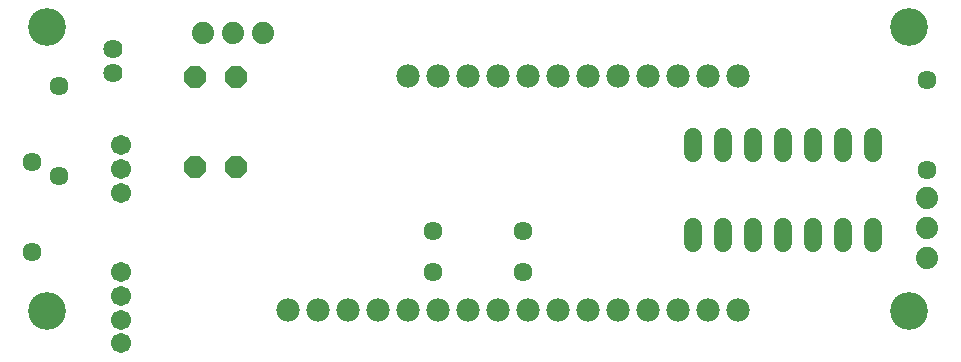
<source format=gbr>
G04 EAGLE Gerber RS-274X export*
G75*
%MOMM*%
%FSLAX34Y34*%
%LPD*%
%INSoldermask Bottom*%
%IPPOS*%
%AMOC8*
5,1,8,0,0,1.08239X$1,22.5*%
G01*
%ADD10C,3.203200*%
%ADD11C,1.981200*%
%ADD12C,1.524000*%
%ADD13C,1.625600*%
%ADD14C,1.879600*%
%ADD15C,1.703200*%
%ADD16C,1.611200*%
%ADD17P,2.034460X8X292.500000*%


D10*
X150000Y400000D03*
X150000Y160000D03*
X880000Y400000D03*
X880000Y160000D03*
D11*
X734700Y358800D03*
X709300Y358800D03*
X683900Y358800D03*
X658500Y358800D03*
X633100Y358800D03*
X607700Y358800D03*
X582300Y358800D03*
X556900Y358800D03*
X531500Y358800D03*
X506100Y358800D03*
X480700Y358800D03*
X455300Y358800D03*
X379100Y160600D03*
X404500Y160600D03*
X429900Y160600D03*
X455300Y160600D03*
X480700Y160600D03*
X506100Y160600D03*
X531500Y160600D03*
X556900Y160600D03*
X582300Y160600D03*
X607700Y160600D03*
X633100Y160600D03*
X658500Y160600D03*
X683900Y160600D03*
X709300Y160600D03*
X734700Y160600D03*
X353700Y160600D03*
D12*
X697220Y217496D02*
X697220Y230704D01*
X722620Y230704D02*
X722620Y217496D01*
X849620Y217496D02*
X849620Y230704D01*
X849620Y293696D02*
X849620Y306904D01*
X748020Y230704D02*
X748020Y217496D01*
X773420Y217496D02*
X773420Y230704D01*
X824220Y230704D02*
X824220Y217496D01*
X798820Y217496D02*
X798820Y230704D01*
X824220Y293696D02*
X824220Y306904D01*
X798820Y306904D02*
X798820Y293696D01*
X773420Y293696D02*
X773420Y306904D01*
X748020Y306904D02*
X748020Y293696D01*
X722620Y293696D02*
X722620Y306904D01*
X697220Y306904D02*
X697220Y293696D01*
D13*
X205400Y361650D03*
X205400Y381650D03*
D14*
X895000Y255400D03*
X895000Y230000D03*
X895000Y204600D03*
D15*
X212500Y132500D03*
X212500Y152500D03*
X212500Y172500D03*
X212500Y192500D03*
X212500Y300000D03*
X212500Y280000D03*
X212500Y260000D03*
D16*
X476900Y192500D03*
X553100Y192500D03*
X553100Y227500D03*
X476900Y227500D03*
X895000Y279400D03*
X895000Y355600D03*
X137500Y209400D03*
X137500Y285600D03*
X160000Y274400D03*
X160000Y350600D03*
D17*
X310000Y358100D03*
X310000Y281900D03*
X275000Y358100D03*
X275000Y281900D03*
D14*
X307500Y395000D03*
X332900Y395000D03*
X282100Y395000D03*
M02*

</source>
